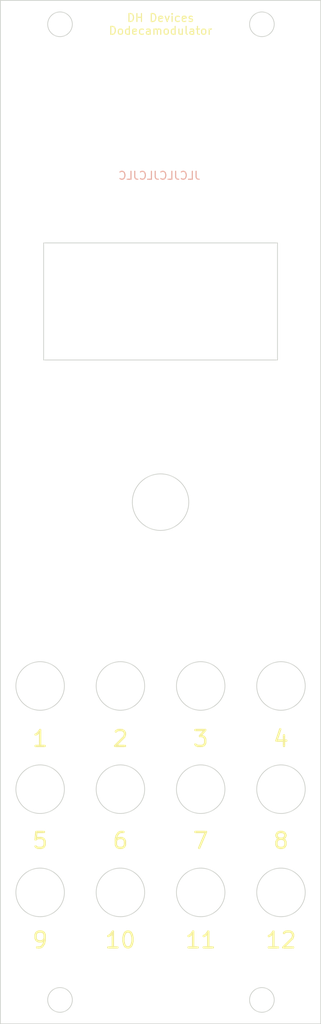
<source format=kicad_pcb>
(kicad_pcb (version 20211014) (generator pcbnew)

  (general
    (thickness 1.6)
  )

  (paper "A4")
  (layers
    (0 "F.Cu" signal)
    (31 "B.Cu" signal)
    (32 "B.Adhes" user "B.Adhesive")
    (33 "F.Adhes" user "F.Adhesive")
    (34 "B.Paste" user)
    (35 "F.Paste" user)
    (36 "B.SilkS" user "B.Silkscreen")
    (37 "F.SilkS" user "F.Silkscreen")
    (38 "B.Mask" user)
    (39 "F.Mask" user)
    (40 "Dwgs.User" user "User.Drawings")
    (41 "Cmts.User" user "User.Comments")
    (42 "Eco1.User" user "User.Eco1")
    (43 "Eco2.User" user "User.Eco2")
    (44 "Edge.Cuts" user)
    (45 "Margin" user)
    (46 "B.CrtYd" user "B.Courtyard")
    (47 "F.CrtYd" user "F.Courtyard")
    (48 "B.Fab" user)
    (49 "F.Fab" user)
    (50 "User.1" user)
    (51 "User.2" user)
    (52 "User.3" user)
    (53 "User.4" user)
    (54 "User.5" user)
    (55 "User.6" user)
    (56 "User.7" user)
    (57 "User.8" user)
    (58 "User.9" user)
  )

  (setup
    (pad_to_mask_clearance 0)
    (pcbplotparams
      (layerselection 0x00010fc_ffffffff)
      (disableapertmacros false)
      (usegerberextensions true)
      (usegerberattributes false)
      (usegerberadvancedattributes false)
      (creategerberjobfile false)
      (svguseinch false)
      (svgprecision 6)
      (excludeedgelayer true)
      (plotframeref false)
      (viasonmask false)
      (mode 1)
      (useauxorigin false)
      (hpglpennumber 1)
      (hpglpenspeed 20)
      (hpglpendiameter 15.000000)
      (dxfpolygonmode true)
      (dxfimperialunits true)
      (dxfusepcbnewfont true)
      (psnegative false)
      (psa4output false)
      (plotreference true)
      (plotvalue false)
      (plotinvisibletext false)
      (sketchpadsonfab false)
      (subtractmaskfromsilk true)
      (outputformat 1)
      (mirror false)
      (drillshape 0)
      (scaleselection 1)
      (outputdirectory "gerbers")
    )
  )

  (net 0 "")

  (gr_circle (center 5 86.08) (end 8.05 86.08) (layer "Edge.Cuts") (width 0.1) (fill none) (tstamp 06ccafb4-dfff-4a91-ac6f-c020159f0938))
  (gr_circle (center 15.1 112) (end 18.15 112) (layer "Edge.Cuts") (width 0.1) (fill none) (tstamp 256f0432-28a3-47ae-a871-c751dfc17720))
  (gr_circle (center 20.15 63) (end 23.7 63) (layer "Edge.Cuts") (width 0.1) (fill none) (tstamp 2882f607-becf-44f3-bb54-c98f33f55c02))
  (gr_circle (center 7.5 125.5) (end 9.05 125.5) (layer "Edge.Cuts") (width 0.1) (fill none) (tstamp 337ae5b9-878d-4a35-87e9-bc33b2ce3ed4))
  (gr_circle (center 25.2 86.08) (end 28.25 86.08) (layer "Edge.Cuts") (width 0.1) (fill none) (tstamp 42792535-e919-4b12-98d9-e80b4f90e678))
  (gr_circle (center 32.9 3) (end 34.45 3) (layer "Edge.Cuts") (width 0.1) (fill none) (tstamp 5e859554-7c83-40ee-9b23-fd21719dfc27))
  (gr_circle (center 32.9 125.5) (end 34.45 125.5) (layer "Edge.Cuts") (width 0.1) (fill none) (tstamp 76abae1f-ad2d-4be5-bc2a-ded50687e038))
  (gr_rect (start 5.44 30.45) (end 34.86 45.15) (layer "Edge.Cuts") (width 0.1) (fill none) (tstamp 8ba28c5d-0759-49ba-92bd-cf3e224e95aa))
  (gr_circle (center 35.3 86.08) (end 38.35 86.08) (layer "Edge.Cuts") (width 0.1) (fill none) (tstamp 92248792-a6c1-4e52-879e-cdd8a81fb3bc))
  (gr_circle (center 5 112) (end 8.05 112) (layer "Edge.Cuts") (width 0.1) (fill none) (tstamp 94db7101-5710-405c-8385-d12ccd5c592a))
  (gr_circle (center 15.1 86.08) (end 18.15 86.08) (layer "Edge.Cuts") (width 0.1) (fill none) (tstamp 9a4d28ad-9bb0-404f-b305-a3fc795398f3))
  (gr_circle (center 25.2 112) (end 28.25 112) (layer "Edge.Cuts") (width 0.1) (fill none) (tstamp 9c421a8d-84c6-4894-b929-7cee4f47d057))
  (gr_circle (center 15.1 99.04) (end 18.15 99.04) (layer "Edge.Cuts") (width 0.1) (fill none) (tstamp 9de5d3b5-d45d-4319-aaf6-b7be23eb4e4d))
  (gr_circle (center 35.3 99.04) (end 38.35 99.04) (layer "Edge.Cuts") (width 0.1) (fill none) (tstamp a379a3bc-cc9b-4f54-b6cb-9ea958c6ad19))
  (gr_circle (center 7.5 3) (end 9.05 3) (layer "Edge.Cuts") (width 0.1) (fill none) (tstamp a7380cc3-ea92-4e1f-8fa6-1a779ab508ac))
  (gr_rect (start 0 0) (end 40.3 128.5) (layer "Edge.Cuts") (width 0.1) (fill none) (tstamp ae7d6fbf-88ea-4645-9392-d7ea06ed1f8c))
  (gr_circle (center 5 99.04) (end 8.05 99.04) (layer "Edge.Cuts") (width 0.1) (fill none) (tstamp bec00883-308f-411c-9450-1ead7eb5329a))
  (gr_circle (center 35.3 112) (end 38.35 112) (layer "Edge.Cuts") (width 0.1) (fill none) (tstamp d8898174-2fd8-48c2-9f26-379e90ee9fa8))
  (gr_circle (center 25.2 99.04) (end 28.25 99.04) (layer "Edge.Cuts") (width 0.1) (fill none) (tstamp dca8819e-0d40-457f-99be-ba719aff218e))
  (gr_text "JLCJLCJLCJLC" (at 20 22) (layer "B.SilkS") (tstamp b530aec0-d0a4-4b15-a5c5-0511f9ada076)
    (effects (font (size 1 1) (thickness 0.15)) (justify mirror))
  )
  (gr_text "3" (at 25.2 92.7) (layer "F.SilkS") (tstamp 07df7b3e-f37f-45f0-8e37-763c03f1adb9)
    (effects (font (size 2 2) (thickness 0.3)))
  )
  (gr_text "2" (at 15.1 92.7) (layer "F.SilkS") (tstamp 586a46c3-8fae-4ebc-a98e-8d58ca1c85ad)
    (effects (font (size 2 2) (thickness 0.3)))
  )
  (gr_text "12" (at 35.3 118) (layer "F.SilkS") (tstamp 612a2397-dea8-4712-bcc4-e36de1e3bf70)
    (effects (font (size 2 2) (thickness 0.3)))
  )
  (gr_text "1" (at 5 92.7) (layer "F.SilkS") (tstamp 82fc0d23-e7b0-4e46-8dfe-36174164f0cc)
    (effects (font (size 2 2) (thickness 0.3)))
  )
  (gr_text "10" (at 15.1 118) (layer "F.SilkS") (tstamp 91643486-f0c2-4d74-98de-415ee40b1a66)
    (effects (font (size 2 2) (thickness 0.3)))
  )
  (gr_text "9" (at 5 118) (layer "F.SilkS") (tstamp b208cad5-e1c9-470b-95ce-93814f363307)
    (effects (font (size 2 2) (thickness 0.3)))
  )
  (gr_text "6" (at 15.1 105.5) (layer "F.SilkS") (tstamp babbc4d8-8f1b-4190-8c4d-cfad5d46e76f)
    (effects (font (size 2 2) (thickness 0.3)))
  )
  (gr_text "8" (at 35.3 105.5) (layer "F.SilkS") (tstamp c274902b-8951-46c6-9572-8f11fe0bcd73)
    (effects (font (size 2 2) (thickness 0.3)))
  )
  (gr_text "DH Devices\nDodecamodulator" (at 20.15 3) (layer "F.SilkS") (tstamp cc7c8612-6b8e-4918-a3be-3fd5abb400eb)
    (effects (font (size 1 1) (thickness 0.15)))
  )
  (gr_text "11" (at 25.2 118) (layer "F.SilkS") (tstamp d398c35f-90a3-4b0c-8e25-f5a39a94d27f)
    (effects (font (size 2 2) (thickness 0.3)))
  )
  (gr_text "5" (at 5 105.5) (layer "F.SilkS") (tstamp d5971bba-31e8-40a4-bb62-4a763f2fbe23)
    (effects (font (size 2 2) (thickness 0.3)))
  )
  (gr_text "7" (at 25.2 105.5) (layer "F.SilkS") (tstamp d712a2e7-8114-4cf2-97da-f6ee96155643)
    (effects (font (size 2 2) (thickness 0.3)))
  )
  (gr_text "4" (at 35.3 92.7) (layer "F.SilkS") (tstamp d7b9f525-ce67-425f-a484-7edfa7a0636a)
    (effects (font (size 2 2) (thickness 0.3)))
  )

)

</source>
